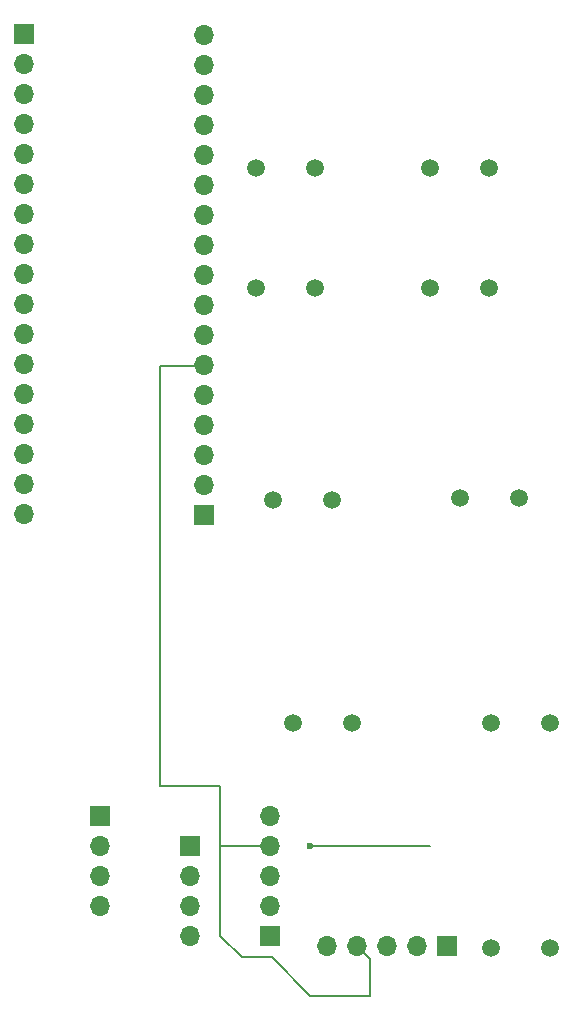
<source format=gbr>
%TF.GenerationSoftware,KiCad,Pcbnew,8.0.0*%
%TF.CreationDate,2024-11-02T12:10:27-04:00*%
%TF.ProjectId,PCB_Draft_2,5043425f-4472-4616-9674-5f322e6b6963,rev?*%
%TF.SameCoordinates,Original*%
%TF.FileFunction,Copper,L2,Bot*%
%TF.FilePolarity,Positive*%
%FSLAX46Y46*%
G04 Gerber Fmt 4.6, Leading zero omitted, Abs format (unit mm)*
G04 Created by KiCad (PCBNEW 8.0.0) date 2024-11-02 12:10:27*
%MOMM*%
%LPD*%
G01*
G04 APERTURE LIST*
%TA.AperFunction,ComponentPad*%
%ADD10C,1.508000*%
%TD*%
%TA.AperFunction,ComponentPad*%
%ADD11R,1.700000X1.700000*%
%TD*%
%TA.AperFunction,ComponentPad*%
%ADD12O,1.700000X1.700000*%
%TD*%
%TA.AperFunction,ViaPad*%
%ADD13C,0.600000*%
%TD*%
%TA.AperFunction,Conductor*%
%ADD14C,0.200000*%
%TD*%
G04 APERTURE END LIST*
D10*
%TO.P,SW13,2,2*%
%TO.N,/GND*%
X90743682Y-92654749D03*
%TO.P,SW13,1,1*%
%TO.N,/D14*%
X85743682Y-92654749D03*
%TD*%
D11*
%TO.P,J4,1,Pin_1*%
%TO.N,/D15*%
X79873417Y-93935455D03*
D12*
%TO.P,J4,2,Pin_2*%
%TO.N,/D14*%
X79873417Y-91395455D03*
%TO.P,J4,3,Pin_3*%
%TO.N,/VIN*%
X79873417Y-88855455D03*
%TO.P,J4,4,Pin_4*%
%TO.N,/GND*%
X79873417Y-86315455D03*
%TO.P,J4,5,Pin_5*%
%TO.N,/RST*%
X79873417Y-83775455D03*
%TO.P,J4,6,Pin_6*%
%TO.N,/VCC*%
X79873417Y-81235455D03*
%TO.P,J4,7,Pin_7*%
%TO.N,/NC*%
X79873417Y-78695455D03*
%TO.P,J4,8,Pin_8*%
X79873417Y-76155455D03*
%TO.P,J4,9,Pin_9*%
%TO.N,/A5*%
X79873417Y-73615455D03*
%TO.P,J4,10,Pin_10*%
%TO.N,/A4*%
X79873417Y-71075455D03*
%TO.P,J4,11,Pin_11*%
%TO.N,/A3*%
X79873417Y-68535455D03*
%TO.P,J4,12,Pin_12*%
%TO.N,/A2*%
X79873417Y-65995455D03*
%TO.P,J4,13,Pin_13*%
%TO.N,/A1*%
X79873417Y-63455455D03*
%TO.P,J4,14,Pin_14*%
%TO.N,/A0*%
X79873417Y-60915455D03*
%TO.P,J4,15,Pin_15*%
%TO.N,/REF*%
X79873417Y-58375455D03*
%TO.P,J4,16,Pin_16*%
%TO.N,/3V*%
X79873417Y-55835455D03*
%TO.P,J4,17,Pin_17*%
%TO.N,/D13*%
X79873417Y-53295455D03*
%TD*%
D10*
%TO.P,SW15,1,1*%
%TO.N,/D15*%
X87416000Y-111539427D03*
%TO.P,SW15,2,2*%
%TO.N,/GND*%
X92416000Y-111539427D03*
%TD*%
%TO.P,SW1,1,1*%
%TO.N,/D13*%
X84277054Y-64530823D03*
%TO.P,SW1,2,2*%
%TO.N,/GND*%
X89277054Y-64530823D03*
%TD*%
%TO.P,SW2,1,1*%
%TO.N,/A5*%
X84277054Y-74690823D03*
%TO.P,SW2,2,2*%
%TO.N,/GND*%
X89277054Y-74690823D03*
%TD*%
%TO.P,SW16,1,1*%
%TO.N,/D10*%
X101560425Y-92499983D03*
%TO.P,SW16,2,2*%
%TO.N,/GND*%
X106560425Y-92499983D03*
%TD*%
D11*
%TO.P,J1,1,Pin_1*%
%TO.N,/A0*%
X85523050Y-129540000D03*
D12*
%TO.P,J1,2,Pin_2*%
%TO.N,/A1*%
X85523050Y-127000000D03*
%TO.P,J1,3,Pin_3*%
%TO.N,/A2*%
X85523050Y-124460000D03*
%TO.P,J1,4,Pin_4*%
%TO.N,/VCC*%
X85523050Y-121920000D03*
%TO.P,J1,5,Pin_5*%
%TO.N,/GND*%
X85523050Y-119380000D03*
%TD*%
D10*
%TO.P,SW4,1,1*%
%TO.N,/D12*%
X99009054Y-64530823D03*
%TO.P,SW4,2,2*%
%TO.N,/GND*%
X104009054Y-64530823D03*
%TD*%
%TO.P,SW14,1,1*%
%TO.N,/D9*%
X104180000Y-111539427D03*
%TO.P,SW14,2,2*%
%TO.N,/GND*%
X109180000Y-111539427D03*
%TD*%
%TO.P,SW7,1,1*%
%TO.N,/D8*%
X104180000Y-130589427D03*
%TO.P,SW7,2,2*%
%TO.N,/GND*%
X109180000Y-130589427D03*
%TD*%
D11*
%TO.P,J17,1,Pin_1*%
%TO.N,/D4*%
X71120000Y-119380000D03*
D12*
%TO.P,J17,2,Pin_2*%
%TO.N,/D5*%
X71120000Y-121920000D03*
%TO.P,J17,3,Pin_3*%
%TO.N,/D6*%
X71120000Y-124460000D03*
%TO.P,J17,4,Pin_4*%
%TO.N,/D7*%
X71120000Y-127000000D03*
%TD*%
D11*
%TO.P,J2,1,Pin_1*%
%TO.N,/D8*%
X100471417Y-130438924D03*
D12*
%TO.P,J2,2,Pin_2*%
%TO.N,/A4*%
X97931417Y-130438924D03*
%TO.P,J2,3,Pin_3*%
%TO.N,/A3*%
X95391417Y-130438924D03*
%TO.P,J2,4,Pin_4*%
%TO.N,/VCC*%
X92851417Y-130438924D03*
%TO.P,J2,5,Pin_5*%
%TO.N,/GND*%
X90311417Y-130438924D03*
%TD*%
D11*
%TO.P,J18,1,Pin_1*%
%TO.N,/D16*%
X78740000Y-121920000D03*
D12*
%TO.P,J18,2,Pin_2*%
%TO.N,/D1*%
X78740000Y-124460000D03*
%TO.P,J18,3,Pin_3*%
%TO.N,/D3*%
X78740000Y-127000000D03*
%TO.P,J18,4,Pin_4*%
%TO.N,/GND*%
X78740000Y-129540000D03*
%TD*%
D10*
%TO.P,SW3,1,1*%
%TO.N,/D11*%
X99009054Y-74690823D03*
%TO.P,SW3,2,2*%
%TO.N,/GND*%
X104009054Y-74690823D03*
%TD*%
D11*
%TO.P,J3,1,Pin_1*%
%TO.N,/D12*%
X64633417Y-53248045D03*
D12*
%TO.P,J3,2,Pin_2*%
%TO.N,/D11*%
X64633417Y-55788045D03*
%TO.P,J3,3,Pin_3*%
%TO.N,/D10*%
X64633417Y-58328045D03*
%TO.P,J3,4,Pin_4*%
%TO.N,/D9*%
X64633417Y-60868045D03*
%TO.P,J3,5,Pin_5*%
%TO.N,/D8*%
X64633417Y-63408045D03*
%TO.P,J3,6,Pin_6*%
%TO.N,/D7*%
X64633417Y-65948045D03*
%TO.P,J3,7,Pin_7*%
%TO.N,/D6*%
X64633417Y-68488045D03*
%TO.P,J3,8,Pin_8*%
%TO.N,/D5*%
X64633417Y-71028045D03*
%TO.P,J3,9,Pin_9*%
%TO.N,/D4*%
X64633417Y-73568045D03*
%TO.P,J3,10,Pin_10*%
%TO.N,/D3*%
X64633417Y-76108045D03*
%TO.P,J3,11,Pin_11*%
%TO.N,/D2*%
X64633417Y-78648045D03*
%TO.P,J3,12,Pin_12*%
%TO.N,/GND*%
X64633417Y-81188045D03*
%TO.P,J3,13,Pin_13*%
%TO.N,/RST*%
X64633417Y-83728045D03*
%TO.P,J3,14,Pin_14*%
%TO.N,/D0*%
X64633417Y-86268045D03*
%TO.P,J3,15,Pin_15*%
%TO.N,/D1*%
X64633417Y-88808045D03*
%TO.P,J3,16,Pin_16*%
%TO.N,/D17*%
X64633417Y-91348045D03*
%TO.P,J3,17,Pin_17*%
%TO.N,/D16*%
X64633417Y-93888045D03*
%TD*%
D13*
%TO.N,/GND*%
X88900000Y-121920000D03*
%TD*%
D14*
%TO.N,/VCC*%
X81280000Y-121920000D02*
X85523050Y-121920000D01*
X81280000Y-121920000D02*
X81280000Y-129540000D01*
X81280000Y-116840000D02*
X81280000Y-121920000D01*
X93980000Y-131567507D02*
X92851417Y-130438924D01*
X93980000Y-134620000D02*
X93980000Y-131567507D01*
X88900000Y-134620000D02*
X93980000Y-134620000D01*
X85650201Y-131370201D02*
X88900000Y-134620000D01*
X83110201Y-131370201D02*
X85650201Y-131370201D01*
X81280000Y-129540000D02*
X83110201Y-131370201D01*
X76200000Y-116840000D02*
X81280000Y-116840000D01*
X76200000Y-81280000D02*
X76200000Y-116840000D01*
X79828872Y-81280000D02*
X76200000Y-81280000D01*
X79873417Y-81235455D02*
X79828872Y-81280000D01*
%TO.N,/GND*%
X88900000Y-121920000D02*
X99060000Y-121920000D01*
%TD*%
M02*

</source>
